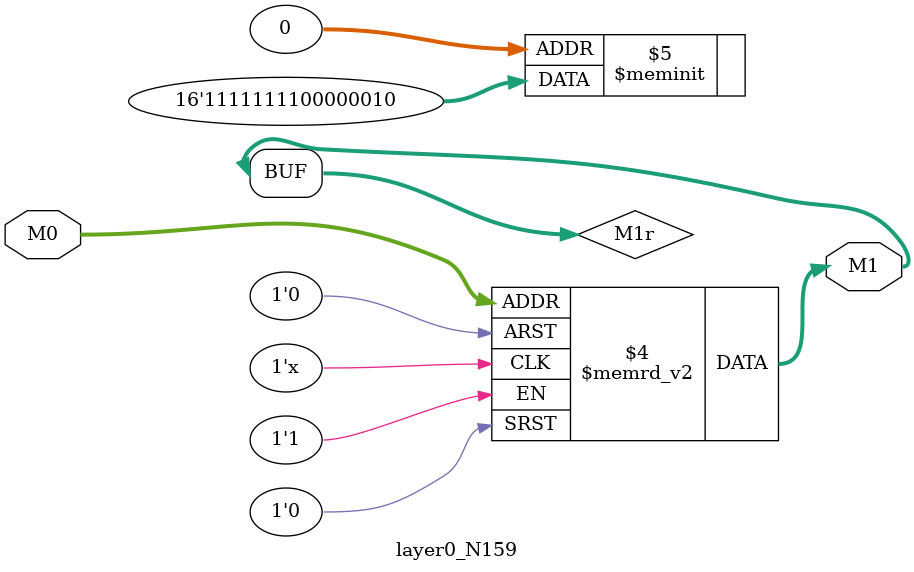
<source format=v>
module layer0_N159 ( input [2:0] M0, output [1:0] M1 );

	(*rom_style = "distributed" *) reg [1:0] M1r;
	assign M1 = M1r;
	always @ (M0) begin
		case (M0)
			3'b000: M1r = 2'b10;
			3'b100: M1r = 2'b11;
			3'b010: M1r = 2'b00;
			3'b110: M1r = 2'b11;
			3'b001: M1r = 2'b00;
			3'b101: M1r = 2'b11;
			3'b011: M1r = 2'b00;
			3'b111: M1r = 2'b11;

		endcase
	end
endmodule

</source>
